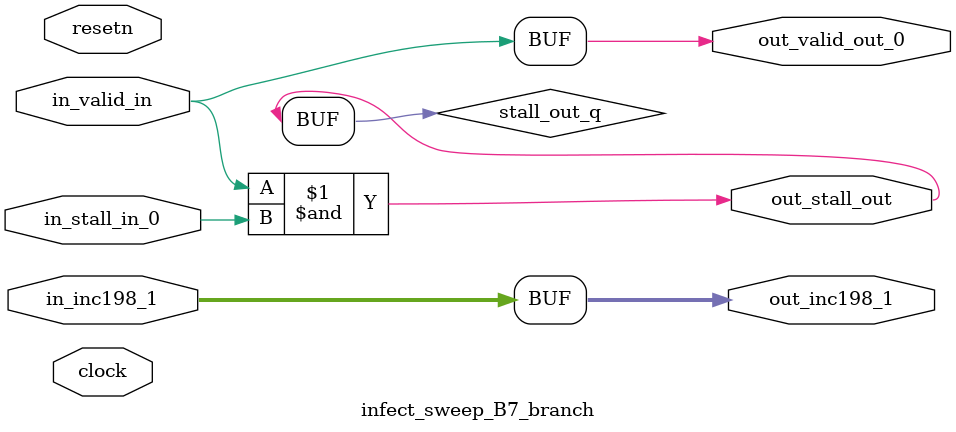
<source format=sv>



(* altera_attribute = "-name AUTO_SHIFT_REGISTER_RECOGNITION OFF; -name MESSAGE_DISABLE 10036; -name MESSAGE_DISABLE 10037; -name MESSAGE_DISABLE 14130; -name MESSAGE_DISABLE 14320; -name MESSAGE_DISABLE 15400; -name MESSAGE_DISABLE 14130; -name MESSAGE_DISABLE 10036; -name MESSAGE_DISABLE 12020; -name MESSAGE_DISABLE 12030; -name MESSAGE_DISABLE 12010; -name MESSAGE_DISABLE 12110; -name MESSAGE_DISABLE 14320; -name MESSAGE_DISABLE 13410; -name MESSAGE_DISABLE 113007; -name MESSAGE_DISABLE 10958" *)
module infect_sweep_B7_branch (
    input wire [31:0] in_inc198_1,
    input wire [0:0] in_stall_in_0,
    input wire [0:0] in_valid_in,
    output wire [31:0] out_inc198_1,
    output wire [0:0] out_stall_out,
    output wire [0:0] out_valid_out_0,
    input wire clock,
    input wire resetn
    );

    wire [0:0] stall_out_q;


    // out_inc198_1(GPOUT,5)
    assign out_inc198_1 = in_inc198_1;

    // stall_out(LOGICAL,8)
    assign stall_out_q = in_valid_in & in_stall_in_0;

    // out_stall_out(GPOUT,6)
    assign out_stall_out = stall_out_q;

    // out_valid_out_0(GPOUT,7)
    assign out_valid_out_0 = in_valid_in;

endmodule

</source>
